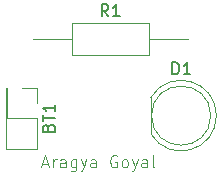
<source format=gbr>
G04 #@! TF.GenerationSoftware,KiCad,Pcbnew,8.0.7*
G04 #@! TF.CreationDate,2024-12-22T13:16:04-05:00*
G04 #@! TF.ProjectId,firstProject,66697273-7450-4726-9f6a-6563742e6b69,rev?*
G04 #@! TF.SameCoordinates,Original*
G04 #@! TF.FileFunction,Legend,Top*
G04 #@! TF.FilePolarity,Positive*
%FSLAX46Y46*%
G04 Gerber Fmt 4.6, Leading zero omitted, Abs format (unit mm)*
G04 Created by KiCad (PCBNEW 8.0.7) date 2024-12-22 13:16:04*
%MOMM*%
%LPD*%
G01*
G04 APERTURE LIST*
%ADD10C,0.100000*%
%ADD11C,0.150000*%
%ADD12C,0.120000*%
%ADD13C,1.600000*%
%ADD14O,1.600000X1.600000*%
%ADD15R,1.700000X1.700000*%
%ADD16O,1.700000X1.700000*%
%ADD17R,1.800000X1.800000*%
%ADD18C,1.800000*%
G04 APERTURE END LIST*
D10*
X123256265Y-82586704D02*
X123732455Y-82586704D01*
X123161027Y-82872419D02*
X123494360Y-81872419D01*
X123494360Y-81872419D02*
X123827693Y-82872419D01*
X124161027Y-82872419D02*
X124161027Y-82205752D01*
X124161027Y-82396228D02*
X124208646Y-82300990D01*
X124208646Y-82300990D02*
X124256265Y-82253371D01*
X124256265Y-82253371D02*
X124351503Y-82205752D01*
X124351503Y-82205752D02*
X124446741Y-82205752D01*
X125208646Y-82872419D02*
X125208646Y-82348609D01*
X125208646Y-82348609D02*
X125161027Y-82253371D01*
X125161027Y-82253371D02*
X125065789Y-82205752D01*
X125065789Y-82205752D02*
X124875313Y-82205752D01*
X124875313Y-82205752D02*
X124780075Y-82253371D01*
X125208646Y-82824800D02*
X125113408Y-82872419D01*
X125113408Y-82872419D02*
X124875313Y-82872419D01*
X124875313Y-82872419D02*
X124780075Y-82824800D01*
X124780075Y-82824800D02*
X124732456Y-82729561D01*
X124732456Y-82729561D02*
X124732456Y-82634323D01*
X124732456Y-82634323D02*
X124780075Y-82539085D01*
X124780075Y-82539085D02*
X124875313Y-82491466D01*
X124875313Y-82491466D02*
X125113408Y-82491466D01*
X125113408Y-82491466D02*
X125208646Y-82443847D01*
X126113408Y-82205752D02*
X126113408Y-83015276D01*
X126113408Y-83015276D02*
X126065789Y-83110514D01*
X126065789Y-83110514D02*
X126018170Y-83158133D01*
X126018170Y-83158133D02*
X125922932Y-83205752D01*
X125922932Y-83205752D02*
X125780075Y-83205752D01*
X125780075Y-83205752D02*
X125684837Y-83158133D01*
X126113408Y-82824800D02*
X126018170Y-82872419D01*
X126018170Y-82872419D02*
X125827694Y-82872419D01*
X125827694Y-82872419D02*
X125732456Y-82824800D01*
X125732456Y-82824800D02*
X125684837Y-82777180D01*
X125684837Y-82777180D02*
X125637218Y-82681942D01*
X125637218Y-82681942D02*
X125637218Y-82396228D01*
X125637218Y-82396228D02*
X125684837Y-82300990D01*
X125684837Y-82300990D02*
X125732456Y-82253371D01*
X125732456Y-82253371D02*
X125827694Y-82205752D01*
X125827694Y-82205752D02*
X126018170Y-82205752D01*
X126018170Y-82205752D02*
X126113408Y-82253371D01*
X126494361Y-82205752D02*
X126732456Y-82872419D01*
X126970551Y-82205752D02*
X126732456Y-82872419D01*
X126732456Y-82872419D02*
X126637218Y-83110514D01*
X126637218Y-83110514D02*
X126589599Y-83158133D01*
X126589599Y-83158133D02*
X126494361Y-83205752D01*
X127780075Y-82872419D02*
X127780075Y-82348609D01*
X127780075Y-82348609D02*
X127732456Y-82253371D01*
X127732456Y-82253371D02*
X127637218Y-82205752D01*
X127637218Y-82205752D02*
X127446742Y-82205752D01*
X127446742Y-82205752D02*
X127351504Y-82253371D01*
X127780075Y-82824800D02*
X127684837Y-82872419D01*
X127684837Y-82872419D02*
X127446742Y-82872419D01*
X127446742Y-82872419D02*
X127351504Y-82824800D01*
X127351504Y-82824800D02*
X127303885Y-82729561D01*
X127303885Y-82729561D02*
X127303885Y-82634323D01*
X127303885Y-82634323D02*
X127351504Y-82539085D01*
X127351504Y-82539085D02*
X127446742Y-82491466D01*
X127446742Y-82491466D02*
X127684837Y-82491466D01*
X127684837Y-82491466D02*
X127780075Y-82443847D01*
X129541980Y-81920038D02*
X129446742Y-81872419D01*
X129446742Y-81872419D02*
X129303885Y-81872419D01*
X129303885Y-81872419D02*
X129161028Y-81920038D01*
X129161028Y-81920038D02*
X129065790Y-82015276D01*
X129065790Y-82015276D02*
X129018171Y-82110514D01*
X129018171Y-82110514D02*
X128970552Y-82300990D01*
X128970552Y-82300990D02*
X128970552Y-82443847D01*
X128970552Y-82443847D02*
X129018171Y-82634323D01*
X129018171Y-82634323D02*
X129065790Y-82729561D01*
X129065790Y-82729561D02*
X129161028Y-82824800D01*
X129161028Y-82824800D02*
X129303885Y-82872419D01*
X129303885Y-82872419D02*
X129399123Y-82872419D01*
X129399123Y-82872419D02*
X129541980Y-82824800D01*
X129541980Y-82824800D02*
X129589599Y-82777180D01*
X129589599Y-82777180D02*
X129589599Y-82443847D01*
X129589599Y-82443847D02*
X129399123Y-82443847D01*
X130161028Y-82872419D02*
X130065790Y-82824800D01*
X130065790Y-82824800D02*
X130018171Y-82777180D01*
X130018171Y-82777180D02*
X129970552Y-82681942D01*
X129970552Y-82681942D02*
X129970552Y-82396228D01*
X129970552Y-82396228D02*
X130018171Y-82300990D01*
X130018171Y-82300990D02*
X130065790Y-82253371D01*
X130065790Y-82253371D02*
X130161028Y-82205752D01*
X130161028Y-82205752D02*
X130303885Y-82205752D01*
X130303885Y-82205752D02*
X130399123Y-82253371D01*
X130399123Y-82253371D02*
X130446742Y-82300990D01*
X130446742Y-82300990D02*
X130494361Y-82396228D01*
X130494361Y-82396228D02*
X130494361Y-82681942D01*
X130494361Y-82681942D02*
X130446742Y-82777180D01*
X130446742Y-82777180D02*
X130399123Y-82824800D01*
X130399123Y-82824800D02*
X130303885Y-82872419D01*
X130303885Y-82872419D02*
X130161028Y-82872419D01*
X130827695Y-82205752D02*
X131065790Y-82872419D01*
X131303885Y-82205752D02*
X131065790Y-82872419D01*
X131065790Y-82872419D02*
X130970552Y-83110514D01*
X130970552Y-83110514D02*
X130922933Y-83158133D01*
X130922933Y-83158133D02*
X130827695Y-83205752D01*
X132113409Y-82872419D02*
X132113409Y-82348609D01*
X132113409Y-82348609D02*
X132065790Y-82253371D01*
X132065790Y-82253371D02*
X131970552Y-82205752D01*
X131970552Y-82205752D02*
X131780076Y-82205752D01*
X131780076Y-82205752D02*
X131684838Y-82253371D01*
X132113409Y-82824800D02*
X132018171Y-82872419D01*
X132018171Y-82872419D02*
X131780076Y-82872419D01*
X131780076Y-82872419D02*
X131684838Y-82824800D01*
X131684838Y-82824800D02*
X131637219Y-82729561D01*
X131637219Y-82729561D02*
X131637219Y-82634323D01*
X131637219Y-82634323D02*
X131684838Y-82539085D01*
X131684838Y-82539085D02*
X131780076Y-82491466D01*
X131780076Y-82491466D02*
X132018171Y-82491466D01*
X132018171Y-82491466D02*
X132113409Y-82443847D01*
X132732457Y-82872419D02*
X132637219Y-82824800D01*
X132637219Y-82824800D02*
X132589600Y-82729561D01*
X132589600Y-82729561D02*
X132589600Y-81872419D01*
D11*
X128833333Y-70084819D02*
X128500000Y-69608628D01*
X128261905Y-70084819D02*
X128261905Y-69084819D01*
X128261905Y-69084819D02*
X128642857Y-69084819D01*
X128642857Y-69084819D02*
X128738095Y-69132438D01*
X128738095Y-69132438D02*
X128785714Y-69180057D01*
X128785714Y-69180057D02*
X128833333Y-69275295D01*
X128833333Y-69275295D02*
X128833333Y-69418152D01*
X128833333Y-69418152D02*
X128785714Y-69513390D01*
X128785714Y-69513390D02*
X128738095Y-69561009D01*
X128738095Y-69561009D02*
X128642857Y-69608628D01*
X128642857Y-69608628D02*
X128261905Y-69608628D01*
X129785714Y-70084819D02*
X129214286Y-70084819D01*
X129500000Y-70084819D02*
X129500000Y-69084819D01*
X129500000Y-69084819D02*
X129404762Y-69227676D01*
X129404762Y-69227676D02*
X129309524Y-69322914D01*
X129309524Y-69322914D02*
X129214286Y-69370533D01*
X123761009Y-79515714D02*
X123808628Y-79372857D01*
X123808628Y-79372857D02*
X123856247Y-79325238D01*
X123856247Y-79325238D02*
X123951485Y-79277619D01*
X123951485Y-79277619D02*
X124094342Y-79277619D01*
X124094342Y-79277619D02*
X124189580Y-79325238D01*
X124189580Y-79325238D02*
X124237200Y-79372857D01*
X124237200Y-79372857D02*
X124284819Y-79468095D01*
X124284819Y-79468095D02*
X124284819Y-79849047D01*
X124284819Y-79849047D02*
X123284819Y-79849047D01*
X123284819Y-79849047D02*
X123284819Y-79515714D01*
X123284819Y-79515714D02*
X123332438Y-79420476D01*
X123332438Y-79420476D02*
X123380057Y-79372857D01*
X123380057Y-79372857D02*
X123475295Y-79325238D01*
X123475295Y-79325238D02*
X123570533Y-79325238D01*
X123570533Y-79325238D02*
X123665771Y-79372857D01*
X123665771Y-79372857D02*
X123713390Y-79420476D01*
X123713390Y-79420476D02*
X123761009Y-79515714D01*
X123761009Y-79515714D02*
X123761009Y-79849047D01*
X123284819Y-78991904D02*
X123284819Y-78420476D01*
X124284819Y-78706190D02*
X123284819Y-78706190D01*
X124284819Y-77563333D02*
X124284819Y-78134761D01*
X124284819Y-77849047D02*
X123284819Y-77849047D01*
X123284819Y-77849047D02*
X123427676Y-77944285D01*
X123427676Y-77944285D02*
X123522914Y-78039523D01*
X123522914Y-78039523D02*
X123570533Y-78134761D01*
X134256905Y-74994819D02*
X134256905Y-73994819D01*
X134256905Y-73994819D02*
X134495000Y-73994819D01*
X134495000Y-73994819D02*
X134637857Y-74042438D01*
X134637857Y-74042438D02*
X134733095Y-74137676D01*
X134733095Y-74137676D02*
X134780714Y-74232914D01*
X134780714Y-74232914D02*
X134828333Y-74423390D01*
X134828333Y-74423390D02*
X134828333Y-74566247D01*
X134828333Y-74566247D02*
X134780714Y-74756723D01*
X134780714Y-74756723D02*
X134733095Y-74851961D01*
X134733095Y-74851961D02*
X134637857Y-74947200D01*
X134637857Y-74947200D02*
X134495000Y-74994819D01*
X134495000Y-74994819D02*
X134256905Y-74994819D01*
X135780714Y-74994819D02*
X135209286Y-74994819D01*
X135495000Y-74994819D02*
X135495000Y-73994819D01*
X135495000Y-73994819D02*
X135399762Y-74137676D01*
X135399762Y-74137676D02*
X135304524Y-74232914D01*
X135304524Y-74232914D02*
X135209286Y-74280533D01*
D12*
X122420000Y-72000000D02*
X125730000Y-72000000D01*
X125730000Y-70630000D02*
X125730000Y-73370000D01*
X125730000Y-73370000D02*
X132270000Y-73370000D01*
X132270000Y-70630000D02*
X125730000Y-70630000D01*
X132270000Y-73370000D02*
X132270000Y-70630000D01*
X135580000Y-72000000D02*
X132270000Y-72000000D01*
X120170000Y-76130000D02*
X120170000Y-81330000D01*
X120230000Y-76130000D02*
X120170000Y-76130000D01*
X120230000Y-76130000D02*
X120230000Y-78730000D01*
X120230000Y-78730000D02*
X122830000Y-78730000D01*
X121500000Y-76130000D02*
X122830000Y-76130000D01*
X122830000Y-76130000D02*
X122830000Y-77460000D01*
X122830000Y-78730000D02*
X122830000Y-81330000D01*
X122830000Y-81330000D02*
X120170000Y-81330000D01*
X132435000Y-76955000D02*
X132435000Y-80045000D01*
X132435000Y-76955170D02*
G75*
G02*
X137985000Y-78499952I2560000J-1544830D01*
G01*
X137985000Y-78500048D02*
G75*
G02*
X132435000Y-80044830I-2990000J48D01*
G01*
X137495000Y-78500000D02*
G75*
G02*
X132495000Y-78500000I-2500000J0D01*
G01*
X132495000Y-78500000D02*
G75*
G02*
X137495000Y-78500000I2500000J0D01*
G01*
%LPC*%
D13*
X121380000Y-72000000D03*
D14*
X136620000Y-72000000D03*
D15*
X121500000Y-77460000D03*
D16*
X121500000Y-80000000D03*
D17*
X133725000Y-78500000D03*
D18*
X136265000Y-78500000D03*
%LPD*%
M02*

</source>
